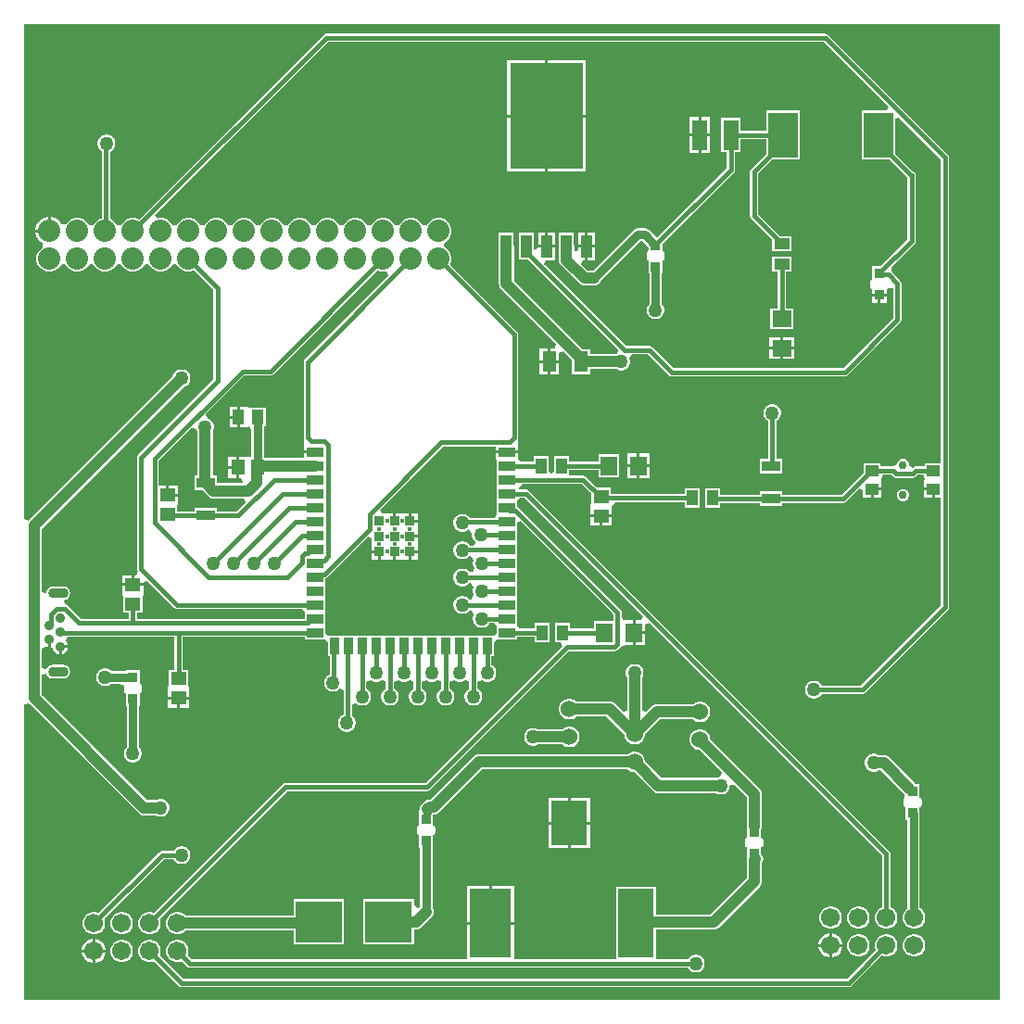
<source format=gbr>
G04*
G04 #@! TF.GenerationSoftware,Altium Limited,Altium Designer,25.3.3 (18)*
G04*
G04 Layer_Physical_Order=1*
G04 Layer_Color=255*
%FSLAX44Y44*%
%MOMM*%
G71*
G04*
G04 #@! TF.SameCoordinates,28098AB9-3807-4A49-8781-5BF9FE85299D*
G04*
G04*
G04 #@! TF.FilePolarity,Positive*
G04*
G01*
G75*
%ADD17R,1.4500X1.2500*%
%ADD18R,1.2500X1.4500*%
%ADD19R,1.0668X1.3462*%
%ADD20R,4.2418X3.8100*%
%ADD21R,0.8890X0.9525*%
%ADD22R,3.3000X4.0600*%
%ADD23R,3.3000X6.3500*%
%ADD24R,3.8100X6.3500*%
%ADD25R,1.7300X0.9700*%
%ADD26R,1.4500X1.1500*%
%ADD27R,1.3700X2.8100*%
%ADD28R,1.2900X1.9100*%
%ADD29R,2.7000X4.1000*%
%ADD30R,0.9000X0.9000*%
%ADD31R,1.5000X0.9000*%
%ADD32R,0.9000X1.5000*%
%ADD33R,1.0000X1.4200*%
%ADD34R,1.0000X2.0500*%
%ADD35R,6.7000X9.7000*%
%ADD36R,1.4200X1.0000*%
%ADD37R,1.7500X1.5000*%
%ADD38R,1.5000X1.7500*%
%ADD39R,1.2000X1.0000*%
%ADD61C,1.7018*%
%ADD67C,0.7620*%
%ADD68C,1.0160*%
%ADD69C,0.3810*%
%ADD70C,1.5240*%
%ADD71C,2.0320*%
%ADD72C,0.4000*%
%ADD73C,0.9000*%
%ADD74O,1.8500X0.9000*%
%ADD75C,0.7500*%
%ADD76C,1.2700*%
G36*
X323052Y665786D02*
X326088Y664972D01*
X329232D01*
X330859Y665408D01*
X332832Y661992D01*
X256090Y585250D01*
X255276Y584032D01*
X254990Y582595D01*
Y513439D01*
X255276Y512002D01*
X255791Y511230D01*
X255650Y507420D01*
X255650D01*
Y501650D01*
X265690D01*
Y499110D01*
X255650D01*
Y494597D01*
X220758D01*
Y495438D01*
X218930D01*
Y523621D01*
X220345D01*
Y540639D01*
X206121D01*
X206121Y540639D01*
X203581Y541401D01*
X203581Y541401D01*
X202627Y541401D01*
X196977D01*
Y532130D01*
Y522859D01*
X203581D01*
Y522859D01*
X205778Y523518D01*
X207535Y520374D01*
Y496235D01*
X203740Y496200D01*
X201208Y496200D01*
X196220D01*
Y486410D01*
Y476620D01*
X197678D01*
X199715Y472810D01*
X198998Y471737D01*
X175968D01*
Y478628D01*
X172017D01*
Y518965D01*
X172674Y520103D01*
X173228Y522170D01*
Y524310D01*
X172674Y526377D01*
X171604Y528231D01*
X170091Y529744D01*
X168237Y530814D01*
X167153Y531105D01*
X165961Y533773D01*
X165839Y535178D01*
X200725Y570065D01*
X224570D01*
X226007Y570351D01*
X227225Y571165D01*
X322287Y666227D01*
X323052Y665786D01*
D02*
G37*
G36*
X891540Y0D02*
X0D01*
Y269652D01*
X3810Y270945D01*
X3999Y270699D01*
X104329Y170369D01*
X105761Y169270D01*
X107430Y168578D01*
X109220Y168343D01*
X120185D01*
X121323Y167686D01*
X123390Y167132D01*
X125530D01*
X127597Y167686D01*
X129451Y168756D01*
X130964Y170269D01*
X132034Y172123D01*
X132588Y174190D01*
Y176330D01*
X132034Y178397D01*
X130964Y180251D01*
X129451Y181764D01*
X127597Y182834D01*
X125530Y183388D01*
X123390D01*
X121323Y182834D01*
X120185Y182177D01*
X112085D01*
X15807Y278455D01*
Y296639D01*
X19617Y297797D01*
X19996Y297230D01*
X20125Y297038D01*
X20313Y296756D01*
X21384Y295154D01*
X23461Y293766D01*
X25910Y293279D01*
X35410D01*
X37860Y293766D01*
X39936Y295154D01*
X41324Y297230D01*
X41811Y299680D01*
X41324Y302129D01*
X39936Y304206D01*
X37860Y305594D01*
X35410Y306081D01*
X25910D01*
X23461Y305594D01*
X21384Y304206D01*
X20313Y302604D01*
X19996Y302130D01*
X19617Y301563D01*
X15807Y302721D01*
Y320639D01*
X16591Y321402D01*
X19617Y322673D01*
X20143Y322370D01*
X21590Y321982D01*
Y328930D01*
X24130D01*
Y321825D01*
X25813Y321505D01*
X26300Y319713D01*
X27227Y318107D01*
X28537Y316797D01*
X30143Y315870D01*
X31590Y315482D01*
Y322430D01*
X32860D01*
Y323700D01*
X39808D01*
X39420Y325147D01*
X38493Y326753D01*
X38266Y326980D01*
X37498Y328278D01*
X39189Y331600D01*
X137215D01*
Y301398D01*
X131942D01*
Y287874D01*
X131180Y284380D01*
X131180Y281848D01*
Y276860D01*
X150760D01*
Y281848D01*
X150760Y284380D01*
X149998Y287874D01*
Y301398D01*
X144725D01*
Y331600D01*
X256412D01*
Y329002D01*
X273252D01*
X274968Y329002D01*
X277062Y326059D01*
Y313502D01*
X278885D01*
Y297156D01*
X278803Y297134D01*
X276949Y296064D01*
X275436Y294551D01*
X274366Y292697D01*
X273812Y290630D01*
Y288490D01*
X274366Y286423D01*
X275436Y284569D01*
X276949Y283056D01*
X278803Y281986D01*
X280870Y281432D01*
X283010D01*
X285077Y281986D01*
X286931Y283056D01*
X287775Y283900D01*
X290549Y283211D01*
X291585Y282542D01*
Y260326D01*
X291503Y260304D01*
X289649Y259234D01*
X288136Y257721D01*
X287066Y255867D01*
X286512Y253800D01*
Y251660D01*
X287066Y249593D01*
X288136Y247739D01*
X289649Y246226D01*
X291503Y245156D01*
X293570Y244602D01*
X295710D01*
X297777Y245156D01*
X299631Y246226D01*
X301144Y247739D01*
X302214Y249593D01*
X302768Y251660D01*
Y253800D01*
X302214Y255867D01*
X301144Y257721D01*
X299631Y259234D01*
X299095Y259543D01*
Y269743D01*
X299576Y270083D01*
X302905Y271070D01*
X303619Y270356D01*
X305473Y269286D01*
X307540Y268732D01*
X309680D01*
X311747Y269286D01*
X313601Y270356D01*
X315114Y271869D01*
X316184Y273723D01*
X316738Y275790D01*
Y277930D01*
X316184Y279997D01*
X315114Y281851D01*
X313601Y283364D01*
X312430Y284040D01*
Y290447D01*
X316240Y292025D01*
X316319Y291946D01*
X318173Y290876D01*
X320240Y290322D01*
X322380D01*
X324447Y290876D01*
X326301Y291946D01*
X326510Y292155D01*
X330320Y290577D01*
Y284115D01*
X329019Y283364D01*
X327506Y281851D01*
X326436Y279997D01*
X325882Y277930D01*
Y275790D01*
X326436Y273723D01*
X327506Y271869D01*
X329019Y270356D01*
X330873Y269286D01*
X332940Y268732D01*
X335080D01*
X337147Y269286D01*
X339001Y270356D01*
X340514Y271869D01*
X341584Y273723D01*
X342138Y275790D01*
Y277930D01*
X341584Y279997D01*
X340514Y281851D01*
X339001Y283364D01*
X337830Y284040D01*
Y290447D01*
X341640Y292025D01*
X341719Y291946D01*
X343573Y290876D01*
X345640Y290322D01*
X347780D01*
X349847Y290876D01*
X351701Y291946D01*
X351910Y292155D01*
X355720Y290577D01*
Y284115D01*
X354419Y283364D01*
X352906Y281851D01*
X351836Y279997D01*
X351282Y277930D01*
Y275790D01*
X351836Y273723D01*
X352906Y271869D01*
X354419Y270356D01*
X356273Y269286D01*
X358340Y268732D01*
X360480D01*
X362547Y269286D01*
X364401Y270356D01*
X365914Y271869D01*
X366984Y273723D01*
X367538Y275790D01*
Y277930D01*
X366984Y279997D01*
X365914Y281851D01*
X364401Y283364D01*
X363230Y284040D01*
Y290447D01*
X367040Y292025D01*
X367119Y291946D01*
X368973Y290876D01*
X371040Y290322D01*
X373180D01*
X375247Y290876D01*
X377101Y291946D01*
X377310Y292155D01*
X381120Y290577D01*
Y284115D01*
X379819Y283364D01*
X378306Y281851D01*
X377236Y279997D01*
X376682Y277930D01*
Y275790D01*
X377236Y273723D01*
X378306Y271869D01*
X379819Y270356D01*
X381673Y269286D01*
X383740Y268732D01*
X385880D01*
X387947Y269286D01*
X389801Y270356D01*
X391314Y271869D01*
X392384Y273723D01*
X392938Y275790D01*
Y277930D01*
X392384Y279997D01*
X391314Y281851D01*
X389801Y283364D01*
X388630Y284040D01*
Y290447D01*
X392440Y292025D01*
X392519Y291946D01*
X394373Y290876D01*
X396440Y290322D01*
X398580D01*
X400647Y290876D01*
X402501Y291946D01*
X402710Y292155D01*
X406520Y290577D01*
Y284115D01*
X405219Y283364D01*
X403706Y281851D01*
X402636Y279997D01*
X402082Y277930D01*
Y275790D01*
X402636Y273723D01*
X403706Y271869D01*
X405219Y270356D01*
X407073Y269286D01*
X409140Y268732D01*
X411280D01*
X413347Y269286D01*
X415201Y270356D01*
X416714Y271869D01*
X417784Y273723D01*
X418338Y275790D01*
Y277930D01*
X417784Y279997D01*
X416714Y281851D01*
X415201Y283364D01*
X414030Y284040D01*
Y290447D01*
X417840Y292025D01*
X417919Y291946D01*
X419773Y290876D01*
X421840Y290322D01*
X423980D01*
X426047Y290876D01*
X427901Y291946D01*
X429414Y293459D01*
X430484Y295313D01*
X431038Y297380D01*
Y299520D01*
X430484Y301587D01*
X429414Y303441D01*
X427901Y304954D01*
X426730Y305630D01*
Y313502D01*
X429318D01*
Y326059D01*
X431412Y329002D01*
X433128Y329002D01*
X449968D01*
Y331525D01*
X466472D01*
Y326402D01*
X480028D01*
Y344158D01*
X466472D01*
Y339035D01*
X452673D01*
X449968Y341702D01*
X449968Y345368D01*
X449968Y354258D01*
X449968Y358068D01*
X449968Y366958D01*
X449968Y370768D01*
X449968Y379658D01*
X449968Y383468D01*
X449968Y392358D01*
X449968Y396168D01*
X449968Y405058D01*
X449968Y408868D01*
X449968Y417758D01*
X449968Y421568D01*
Y430458D01*
X449968D01*
Y430602D01*
X449968D01*
Y435600D01*
X453488Y437058D01*
X538250Y352296D01*
Y345808D01*
X520782D01*
Y339035D01*
X498728D01*
Y344158D01*
X485172D01*
Y326402D01*
X489693D01*
X491271Y322592D01*
X366745Y198065D01*
X238760D01*
X237323Y197779D01*
X236105Y196965D01*
X118464Y79324D01*
X118271Y79436D01*
X115654Y80137D01*
X112946D01*
X110329Y79436D01*
X107984Y78082D01*
X106068Y76166D01*
X104714Y73821D01*
X104013Y71204D01*
Y68496D01*
X104714Y65879D01*
X106068Y63534D01*
X107984Y61618D01*
X110329Y60264D01*
X112946Y59563D01*
X115654D01*
X118271Y60264D01*
X120616Y61618D01*
X122532Y63534D01*
X123886Y65879D01*
X124587Y68496D01*
Y71204D01*
X123886Y73821D01*
X123774Y74014D01*
X240315Y190555D01*
X368300D01*
X369737Y190841D01*
X370955Y191655D01*
X497630Y318330D01*
X539401D01*
X540838Y318616D01*
X542057Y319430D01*
X544208Y321581D01*
X544978Y322240D01*
X546986Y323550D01*
X549210Y323990D01*
X555790D01*
Y335280D01*
Y346570D01*
X549570D01*
X547020Y346570D01*
X545760Y349858D01*
Y353851D01*
X545474Y355288D01*
X544660Y356507D01*
X451526Y449640D01*
X450308Y450454D01*
X449968Y450522D01*
X449968Y455858D01*
X452673Y458525D01*
X456915D01*
X565059Y350380D01*
X563481Y346570D01*
X558330D01*
Y336550D01*
X567100D01*
Y342951D01*
X570910Y344529D01*
X783645Y131795D01*
Y84574D01*
X783429Y84516D01*
X781084Y83162D01*
X779168Y81246D01*
X777814Y78901D01*
X777113Y76284D01*
Y73576D01*
X777814Y70959D01*
X779168Y68614D01*
X781084Y66698D01*
X783429Y65344D01*
X786046Y64643D01*
X788754D01*
X791371Y65344D01*
X793716Y66698D01*
X795632Y68614D01*
X796986Y70959D01*
X797687Y73576D01*
Y76284D01*
X796986Y78901D01*
X795632Y81246D01*
X793716Y83162D01*
X791371Y84516D01*
X791155Y84574D01*
Y133350D01*
X790869Y134787D01*
X790055Y136005D01*
X461125Y464935D01*
X459907Y465749D01*
X458470Y466035D01*
X452836D01*
X451974Y466976D01*
Y467772D01*
X455394Y471225D01*
X509115D01*
X518022Y462317D01*
Y454244D01*
X517260Y450750D01*
X517260Y448218D01*
Y443230D01*
X527050D01*
X536840D01*
Y448218D01*
X536840Y450750D01*
X536806Y450905D01*
X539875Y454715D01*
X603632D01*
Y449592D01*
X617188D01*
Y467348D01*
X603632D01*
Y462225D01*
X536078D01*
Y467768D01*
X523193D01*
X513325Y477635D01*
X512107Y478449D01*
X510670Y478735D01*
X501240D01*
X497458Y478802D01*
X497458Y483925D01*
X524592D01*
Y477152D01*
X543148D01*
Y498208D01*
X524592D01*
Y491435D01*
X497458D01*
Y496558D01*
X483902D01*
Y482174D01*
X481330Y480562D01*
X478758Y482174D01*
Y496558D01*
X465202D01*
Y491435D01*
X453751D01*
X450730Y493340D01*
Y499110D01*
X430650D01*
Y493340D01*
X431412D01*
Y485068D01*
X431412Y481402D01*
X431412Y477592D01*
X431412Y468702D01*
X431412Y464892D01*
X431412Y456002D01*
X431412Y452192D01*
Y443302D01*
X431412Y443302D01*
X430185Y440000D01*
X406906D01*
X406567Y440588D01*
X405054Y442101D01*
X403200Y443171D01*
X401133Y443725D01*
X398993D01*
X396926Y443171D01*
X395073Y442101D01*
X393559Y440588D01*
X392489Y438734D01*
X391935Y436667D01*
Y434527D01*
X392489Y432459D01*
X393559Y430606D01*
X395073Y429093D01*
X396926Y428023D01*
X398993Y427469D01*
X401133D01*
X403200Y428023D01*
X405054Y429093D01*
X405500Y429539D01*
X406234Y429480D01*
X406359Y429422D01*
X409027Y425872D01*
Y423732D01*
X409581Y421665D01*
X410651Y419811D01*
X411841Y418622D01*
X411671Y417210D01*
X410583Y414812D01*
X407023D01*
X406554Y415624D01*
X405041Y417137D01*
X403187Y418207D01*
X401120Y418761D01*
X398980D01*
X396913Y418207D01*
X395059Y417137D01*
X393546Y415624D01*
X392476Y413771D01*
X391922Y411703D01*
Y409563D01*
X392476Y407496D01*
X393546Y405643D01*
X395059Y404129D01*
X396913Y403059D01*
X398980Y402505D01*
X401120D01*
X403187Y403059D01*
X405041Y404129D01*
X406215Y405303D01*
X407912Y405433D01*
X408187Y405195D01*
X409698Y402802D01*
X410095Y401316D01*
X409702Y399850D01*
Y397710D01*
X410256Y395643D01*
X411036Y394291D01*
X410173Y392130D01*
X409159Y390669D01*
X406584Y390596D01*
X406554Y390647D01*
X405041Y392161D01*
X403187Y393231D01*
X401120Y393785D01*
X398980D01*
X396913Y393231D01*
X395059Y392161D01*
X393546Y390647D01*
X392476Y388794D01*
X391922Y386727D01*
Y384587D01*
X392476Y382519D01*
X393546Y380666D01*
X395059Y379153D01*
X396913Y378083D01*
X398980Y377529D01*
X401120D01*
X403187Y378083D01*
X405041Y379153D01*
X406277Y380388D01*
X407805Y380472D01*
X408202Y380410D01*
X410214Y376597D01*
X410204Y376323D01*
X409702Y374450D01*
Y372310D01*
X410256Y370243D01*
X410500Y369820D01*
X408882Y366198D01*
X408548Y365898D01*
X406554Y365671D01*
X405041Y367184D01*
X403187Y368254D01*
X401120Y368808D01*
X398980D01*
X396913Y368254D01*
X395059Y367184D01*
X393546Y365671D01*
X392476Y363817D01*
X391922Y361750D01*
Y359610D01*
X392476Y357543D01*
X393546Y355689D01*
X395059Y354176D01*
X396913Y353106D01*
X398980Y352552D01*
X401120D01*
X403187Y353106D01*
X405041Y354176D01*
X406554Y355689D01*
X408548Y355462D01*
X408882Y355162D01*
X410500Y351540D01*
X410256Y351117D01*
X409702Y349050D01*
Y346910D01*
X410256Y344843D01*
X411326Y342989D01*
X412839Y341476D01*
X414693Y340406D01*
X416760Y339852D01*
X418900D01*
X420967Y340406D01*
X422821Y341476D01*
X424334Y342989D01*
X425047Y344225D01*
X428707D01*
X431412Y341558D01*
X431412Y337892D01*
Y335001D01*
X429318Y332058D01*
X427602Y332058D01*
X416762Y332058D01*
X412952Y332058D01*
X404062Y332058D01*
X400252Y332058D01*
X391362Y332058D01*
X387552Y332058D01*
X378662Y332058D01*
X374852Y332058D01*
X365962Y332058D01*
X362152Y332058D01*
X353262Y332058D01*
X349452Y332058D01*
X340562Y332058D01*
X336752Y332058D01*
X327862Y332058D01*
X324052Y332058D01*
X315162Y332058D01*
X311352Y332058D01*
X302462Y332058D01*
X298652Y332058D01*
X289762Y332058D01*
X285952Y332058D01*
X277062Y332058D01*
X274968Y335001D01*
Y341558D01*
X274968D01*
Y341702D01*
X274968D01*
Y350592D01*
X274968Y354258D01*
X274968Y358068D01*
X274968Y366958D01*
X274968Y370768D01*
X274968Y379658D01*
X274968Y385138D01*
X275308Y385206D01*
X276527Y386020D01*
X313630Y423123D01*
X317150Y421665D01*
Y416140D01*
Y410450D01*
X324190D01*
Y409180D01*
X325460D01*
Y402140D01*
X336920D01*
Y409180D01*
X339460D01*
Y402140D01*
X350920D01*
Y409180D01*
X352190D01*
Y410450D01*
X359230D01*
Y416140D01*
Y421910D01*
X352190D01*
Y424450D01*
X359230D01*
Y430140D01*
Y435910D01*
X352190D01*
Y437180D01*
X350920D01*
Y444220D01*
X339460D01*
Y437180D01*
X336920D01*
Y444220D01*
X326232D01*
X324774Y447740D01*
X382604Y505570D01*
X430650D01*
Y501650D01*
X450730D01*
Y507420D01*
X450730Y507420D01*
X450589Y511230D01*
X451104Y512002D01*
X451390Y513439D01*
Y607735D01*
X451104Y609172D01*
X450290Y610390D01*
X389143Y671537D01*
X389585Y672302D01*
X390398Y675338D01*
Y678482D01*
X389585Y681518D01*
X388013Y684240D01*
X385790Y686463D01*
X384006Y687493D01*
X383631Y688970D01*
Y690250D01*
X384006Y691727D01*
X385790Y692757D01*
X388013Y694980D01*
X389585Y697702D01*
X390398Y700738D01*
Y703882D01*
X389585Y706918D01*
X388013Y709640D01*
X385790Y711863D01*
X383068Y713435D01*
X380032Y714248D01*
X376888D01*
X373852Y713435D01*
X371130Y711863D01*
X368907Y709640D01*
X367877Y707856D01*
X366400Y707481D01*
X365120D01*
X363643Y707856D01*
X362613Y709640D01*
X360390Y711863D01*
X357668Y713435D01*
X354632Y714248D01*
X351488D01*
X348452Y713435D01*
X345730Y711863D01*
X343507Y709640D01*
X342477Y707856D01*
X341000Y707481D01*
X339720D01*
X338243Y707856D01*
X337213Y709640D01*
X334990Y711863D01*
X332268Y713435D01*
X329232Y714248D01*
X326088D01*
X323052Y713435D01*
X320330Y711863D01*
X318107Y709640D01*
X317077Y707856D01*
X315600Y707481D01*
X314320D01*
X312843Y707856D01*
X311813Y709640D01*
X309590Y711863D01*
X306868Y713435D01*
X303832Y714248D01*
X300688D01*
X297652Y713435D01*
X294930Y711863D01*
X292707Y709640D01*
X291677Y707856D01*
X290200Y707481D01*
X288920D01*
X287443Y707856D01*
X286413Y709640D01*
X284190Y711863D01*
X281468Y713435D01*
X278432Y714248D01*
X275288D01*
X272252Y713435D01*
X269530Y711863D01*
X267307Y709640D01*
X266277Y707856D01*
X264800Y707481D01*
X263520D01*
X262043Y707856D01*
X261013Y709640D01*
X258790Y711863D01*
X256068Y713435D01*
X253032Y714248D01*
X249888D01*
X246852Y713435D01*
X244130Y711863D01*
X241907Y709640D01*
X240877Y707856D01*
X239400Y707481D01*
X238120D01*
X236643Y707856D01*
X235613Y709640D01*
X233390Y711863D01*
X230668Y713435D01*
X227632Y714248D01*
X224488D01*
X221452Y713435D01*
X218730Y711863D01*
X216507Y709640D01*
X215477Y707856D01*
X214000Y707481D01*
X212720D01*
X211243Y707856D01*
X210213Y709640D01*
X207990Y711863D01*
X205268Y713435D01*
X202232Y714248D01*
X199088D01*
X196052Y713435D01*
X193330Y711863D01*
X191107Y709640D01*
X190077Y707856D01*
X188600Y707481D01*
X187320D01*
X185843Y707856D01*
X184813Y709640D01*
X182590Y711863D01*
X179868Y713435D01*
X176832Y714248D01*
X173688D01*
X170652Y713435D01*
X167930Y711863D01*
X165707Y709640D01*
X164677Y707856D01*
X163200Y707481D01*
X161920D01*
X160443Y707856D01*
X159413Y709640D01*
X157190Y711863D01*
X154468Y713435D01*
X151432Y714248D01*
X148288D01*
X145252Y713435D01*
X142530Y711863D01*
X140307Y709640D01*
X139277Y707856D01*
X137800Y707481D01*
X136520D01*
X135043Y707856D01*
X134013Y709640D01*
X131790Y711863D01*
X129068Y713435D01*
X126032Y714248D01*
X122888D01*
X121261Y713812D01*
X119288Y717228D01*
X277145Y875085D01*
X730181D01*
X789528Y815738D01*
X788070Y812218D01*
X765072D01*
Y767662D01*
X790317D01*
X806813Y751166D01*
Y694712D01*
X781962Y669862D01*
X774827D01*
Y657958D01*
X774573D01*
X773879Y657820D01*
X773291Y657427D01*
X772898Y656839D01*
X772760Y656145D01*
Y651066D01*
X772898Y650372D01*
X773291Y649784D01*
X773879Y649391D01*
X774065Y649354D01*
Y645160D01*
X781050D01*
X788035D01*
Y648824D01*
X789165Y649825D01*
X791978Y650153D01*
X793027Y650071D01*
X793805Y649551D01*
Y622585D01*
X747971Y576752D01*
X593149D01*
X573782Y596119D01*
X572564Y596932D01*
X571127Y597218D01*
X549882D01*
X475071Y672030D01*
X476529Y675550D01*
X484540D01*
Y687070D01*
X477000D01*
X469460D01*
Y687015D01*
X465650Y684978D01*
X465478Y685093D01*
Y700368D01*
X451922D01*
Y676312D01*
X460167D01*
X542264Y594216D01*
X542215Y592431D01*
X541581Y590227D01*
X541244Y589847D01*
X516858D01*
Y594258D01*
X510184D01*
X447317Y657125D01*
Y688340D01*
X447178Y689397D01*
Y700368D01*
X433622D01*
Y689397D01*
X433483Y688340D01*
Y654260D01*
X433718Y652470D01*
X434409Y650801D01*
X435509Y649369D01*
X486048Y598830D01*
X484469Y595020D01*
X480700D01*
Y584200D01*
X488420D01*
Y591069D01*
X492230Y592648D01*
X500402Y584476D01*
Y571602D01*
X516858D01*
Y576013D01*
X540565D01*
X542156Y575094D01*
X544223Y574540D01*
X546363D01*
X548431Y575094D01*
X550284Y576164D01*
X551797Y577677D01*
X552868Y579531D01*
X553421Y581598D01*
Y583738D01*
X552868Y585806D01*
X552814Y585898D01*
X554909Y589708D01*
X569571D01*
X588938Y570341D01*
X590157Y569527D01*
X591594Y569241D01*
X749527D01*
X750964Y569527D01*
X752182Y570341D01*
X800215Y618375D01*
X801029Y619593D01*
X801315Y621030D01*
Y654304D01*
X801029Y655741D01*
X800215Y656959D01*
X792642Y664532D01*
X792027Y666680D01*
X792032Y669240D01*
X792073Y669351D01*
X813223Y690501D01*
X814037Y691720D01*
X814323Y693157D01*
Y753110D01*
X814037Y754547D01*
X813223Y755765D01*
X812054Y756547D01*
X795628Y772973D01*
Y804660D01*
X799148Y806118D01*
X837330Y767936D01*
Y490038D01*
X822862D01*
Y487015D01*
X814368D01*
X812931Y486729D01*
X811712Y485915D01*
X811645Y485847D01*
X809079Y487001D01*
X808168Y487759D01*
Y489610D01*
X807326Y491641D01*
X805771Y493196D01*
X803740Y494038D01*
X801540D01*
X799509Y493196D01*
X797954Y491641D01*
X797216Y489860D01*
X796929Y489446D01*
X793609Y487017D01*
X793592Y487015D01*
X782418D01*
Y490038D01*
X766862D01*
Y481793D01*
X746465Y461395D01*
X692418D01*
Y464268D01*
X671562D01*
Y461395D01*
X635888D01*
Y467348D01*
X622332D01*
Y449592D01*
X635888D01*
Y453885D01*
X671562D01*
Y451012D01*
X692418D01*
Y453885D01*
X748020D01*
X749457Y454171D01*
X750675Y454985D01*
X762580Y466889D01*
X766100Y465431D01*
Y458720D01*
X773370D01*
Y466260D01*
X774640D01*
Y467530D01*
X783180D01*
Y473800D01*
X783180Y473800D01*
X783180Y473800D01*
X782728Y475871D01*
X784515Y479505D01*
X792051D01*
X793896Y477660D01*
X795114Y476846D01*
X796551Y476560D01*
X811423D01*
X812860Y476846D01*
X814078Y477660D01*
X815923Y479505D01*
X820765D01*
X822638Y475695D01*
X822100Y473800D01*
X822100D01*
X822100Y472988D01*
Y467530D01*
X830640D01*
Y466260D01*
X831910D01*
Y458720D01*
X837330D01*
Y360041D01*
X764255Y286965D01*
X728577D01*
X727864Y288201D01*
X726351Y289714D01*
X724497Y290784D01*
X722430Y291338D01*
X720290D01*
X718223Y290784D01*
X716369Y289714D01*
X714856Y288201D01*
X713786Y286347D01*
X713232Y284280D01*
Y282140D01*
X713786Y280073D01*
X714856Y278219D01*
X716369Y276706D01*
X718223Y275636D01*
X720290Y275082D01*
X722430D01*
X724497Y275636D01*
X726351Y276706D01*
X727864Y278219D01*
X728577Y279455D01*
X765810D01*
X767247Y279741D01*
X768465Y280555D01*
X843740Y355830D01*
X844554Y357048D01*
X844840Y358485D01*
Y769491D01*
X844554Y770928D01*
X843740Y772147D01*
X734391Y881495D01*
X733173Y882309D01*
X731736Y882595D01*
X275590D01*
X274153Y882309D01*
X272935Y881495D01*
X104432Y712993D01*
X103668Y713435D01*
X100632Y714248D01*
X97488D01*
X94452Y713435D01*
X91730Y711863D01*
X89507Y709640D01*
X88477Y707856D01*
X87000Y707481D01*
X85720D01*
X84243Y707856D01*
X83213Y709640D01*
X80990Y711863D01*
X78268Y713435D01*
X78050Y713493D01*
Y774741D01*
X78067Y774746D01*
X79921Y775816D01*
X81434Y777329D01*
X82504Y779183D01*
X83058Y781250D01*
Y783390D01*
X82504Y785457D01*
X81434Y787311D01*
X79921Y788824D01*
X78067Y789894D01*
X76000Y790448D01*
X73860D01*
X71793Y789894D01*
X69939Y788824D01*
X68426Y787311D01*
X67356Y785457D01*
X66802Y783390D01*
Y781250D01*
X67356Y779183D01*
X68426Y777329D01*
X69939Y775816D01*
X70540Y775469D01*
Y713833D01*
X69052Y713435D01*
X66330Y711863D01*
X64107Y709640D01*
X63077Y707856D01*
X61600Y707481D01*
X60320D01*
X58843Y707856D01*
X57813Y709640D01*
X55590Y711863D01*
X52868Y713435D01*
X49832Y714248D01*
X46688D01*
X43652Y713435D01*
X40930Y711863D01*
X38707Y709640D01*
X38089Y708570D01*
X38014Y708540D01*
X33823Y708722D01*
X33022Y710108D01*
X30658Y712473D01*
X27762Y714145D01*
X24532Y715010D01*
X24130D01*
Y702310D01*
X22860D01*
Y701040D01*
X10160D01*
Y700638D01*
X11026Y697408D01*
X12697Y694512D01*
X15062Y692148D01*
X16448Y691347D01*
X16630Y687157D01*
X16600Y687081D01*
X15530Y686463D01*
X13307Y684240D01*
X11736Y681518D01*
X10922Y678482D01*
Y675338D01*
X11736Y672302D01*
X13307Y669580D01*
X15530Y667357D01*
X18252Y665786D01*
X21288Y664972D01*
X24432D01*
X27468Y665786D01*
X30190Y667357D01*
X32413Y669580D01*
X33443Y671364D01*
X34920Y671739D01*
X36200D01*
X37677Y671364D01*
X38707Y669580D01*
X40930Y667357D01*
X43652Y665786D01*
X46688Y664972D01*
X49832D01*
X52868Y665786D01*
X55590Y667357D01*
X57813Y669580D01*
X58843Y671364D01*
X60320Y671739D01*
X61600D01*
X63077Y671364D01*
X64107Y669580D01*
X66330Y667357D01*
X69052Y665786D01*
X72088Y664972D01*
X75232D01*
X78268Y665786D01*
X80990Y667357D01*
X83213Y669580D01*
X84243Y671364D01*
X85720Y671739D01*
X87000D01*
X88477Y671364D01*
X89507Y669580D01*
X91730Y667357D01*
X94452Y665786D01*
X97488Y664972D01*
X100632D01*
X103668Y665786D01*
X106390Y667357D01*
X108613Y669580D01*
X109643Y671364D01*
X111120Y671739D01*
X112400D01*
X113877Y671364D01*
X114907Y669580D01*
X117130Y667357D01*
X119852Y665786D01*
X122888Y664972D01*
X126032D01*
X129068Y665786D01*
X131790Y667357D01*
X134013Y669580D01*
X135043Y671364D01*
X136520Y671739D01*
X137800D01*
X139277Y671364D01*
X140307Y669580D01*
X142530Y667357D01*
X145252Y665786D01*
X148288Y664972D01*
X151432D01*
X154468Y665786D01*
X155232Y666227D01*
X172775Y648685D01*
Y566705D01*
X104025Y497955D01*
X103211Y496737D01*
X102925Y495300D01*
Y393700D01*
X103211Y392263D01*
X103594Y391690D01*
X102425Y387880D01*
X100330D01*
Y380360D01*
X108850D01*
Y381241D01*
X112370Y382699D01*
X137045Y358025D01*
X138263Y357211D01*
X139700Y356925D01*
X253707D01*
X256412Y354258D01*
X256412Y347980D01*
X102815D01*
Y353282D01*
X108088D01*
Y366806D01*
X108850Y370300D01*
X108850Y372832D01*
Y377820D01*
X99060D01*
X89270D01*
Y372832D01*
X89270Y370300D01*
X90032Y366806D01*
Y353282D01*
X95305D01*
Y347980D01*
X51271D01*
X39220Y360030D01*
X38002Y360844D01*
X36565Y361130D01*
X36220Y364940D01*
X37860Y365266D01*
X39936Y366654D01*
X41324Y368731D01*
X41811Y371180D01*
X41324Y373630D01*
X39936Y375706D01*
X37860Y377094D01*
X35410Y377581D01*
X25910D01*
X23461Y377094D01*
X21384Y375706D01*
X19996Y373630D01*
X19617Y371724D01*
X15807Y372099D01*
Y430205D01*
X145378Y559776D01*
X146647Y560116D01*
X148501Y561186D01*
X150014Y562699D01*
X151084Y564553D01*
X151638Y566620D01*
Y568760D01*
X151084Y570827D01*
X150014Y572681D01*
X148501Y574194D01*
X146647Y575264D01*
X144580Y575818D01*
X142440D01*
X140373Y575264D01*
X138519Y574194D01*
X137006Y572681D01*
X135936Y570827D01*
X135596Y569558D01*
X3999Y437961D01*
X3810Y437715D01*
X0Y439008D01*
Y891540D01*
X891540D01*
Y0D01*
D02*
G37*
G36*
X154566Y522379D02*
X157235Y521187D01*
X157526Y520103D01*
X158183Y518965D01*
Y478628D01*
X155112D01*
Y465372D01*
X162386D01*
X167829Y459929D01*
X169261Y458829D01*
X170930Y458139D01*
X172720Y457903D01*
X200324D01*
X201903Y454093D01*
X193965Y446155D01*
X175968D01*
Y449028D01*
X155112D01*
Y446155D01*
X139838D01*
Y450648D01*
X139838Y450648D01*
X140600Y452830D01*
X140600D01*
X140600Y454142D01*
Y459850D01*
X130810D01*
Y461120D01*
X129540D01*
Y469410D01*
X122870D01*
Y492210D01*
X153162Y522501D01*
X154566Y522379D01*
D02*
G37*
%LPC*%
G36*
X194437Y541401D02*
X187833D01*
Y533400D01*
X194437D01*
Y541401D01*
D02*
G37*
G36*
Y530860D02*
X187833D01*
Y522859D01*
X194437D01*
Y530860D01*
D02*
G37*
G36*
X193680Y496200D02*
X186160D01*
Y487680D01*
X193680D01*
Y496200D01*
D02*
G37*
G36*
Y485140D02*
X186160D01*
Y476620D01*
X193680D01*
Y485140D01*
D02*
G37*
G36*
X513040Y858380D02*
X478270D01*
Y808610D01*
X513040D01*
Y858380D01*
D02*
G37*
G36*
X475730D02*
X440960D01*
Y808610D01*
X475730D01*
Y858380D01*
D02*
G37*
G36*
X708128Y812218D02*
X677572D01*
Y793695D01*
X654018D01*
Y805768D01*
X636762D01*
Y774112D01*
X641635D01*
Y759848D01*
X577795Y696008D01*
X570843Y702960D01*
X568994Y704195D01*
X566814Y704629D01*
X560501D01*
X558321Y704195D01*
X556473Y702960D01*
X519560Y666047D01*
X514675D01*
X508982Y671740D01*
X510560Y675550D01*
X512330D01*
Y687070D01*
X506060D01*
Y684597D01*
X502250Y682561D01*
X502217Y682583D01*
Y688340D01*
X502078Y689397D01*
Y700368D01*
X488522D01*
Y689397D01*
X488383Y688340D01*
Y675640D01*
X488619Y673850D01*
X489310Y672181D01*
X490409Y670749D01*
X506919Y654239D01*
X508351Y653139D01*
X510020Y652449D01*
X511810Y652213D01*
X520700D01*
X522490Y652449D01*
X524159Y653139D01*
X525591Y654239D01*
X526690Y655671D01*
X527382Y657340D01*
X527444Y657817D01*
X562861Y693234D01*
X564454D01*
X570083Y687605D01*
X570093Y685639D01*
X569815Y683745D01*
X569409Y683665D01*
X568821Y683272D01*
X568428Y682684D01*
X568290Y681990D01*
Y676910D01*
X568428Y676216D01*
X568821Y675628D01*
X569409Y675235D01*
X570103Y675097D01*
X570357D01*
Y663194D01*
X570882D01*
Y635717D01*
X570076Y634911D01*
X569006Y633057D01*
X568452Y630990D01*
Y628850D01*
X569006Y626783D01*
X570076Y624929D01*
X571589Y623416D01*
X573443Y622346D01*
X575510Y621792D01*
X577650D01*
X579717Y622346D01*
X581571Y623416D01*
X583084Y624929D01*
X584154Y626783D01*
X584708Y628850D01*
Y630990D01*
X584154Y633057D01*
X583084Y634911D01*
X582277Y635717D01*
Y663194D01*
X582803D01*
Y675097D01*
X583057D01*
X583751Y675235D01*
X584339Y675628D01*
X584732Y676216D01*
X584870Y676910D01*
Y681990D01*
X584732Y682684D01*
X584339Y683272D01*
X583751Y683665D01*
X583057Y683803D01*
X582803D01*
Y690395D01*
X648045Y755638D01*
X648859Y756856D01*
X649145Y758293D01*
Y774112D01*
X654018D01*
Y786185D01*
X677572D01*
Y772973D01*
X664095Y759495D01*
X663281Y758277D01*
X662995Y756840D01*
Y715930D01*
X663281Y714493D01*
X664095Y713275D01*
X683200Y694170D01*
Y693625D01*
X683272Y693262D01*
Y683752D01*
X701028D01*
Y697308D01*
X690327D01*
X689610Y698380D01*
X670505Y717485D01*
Y755285D01*
X682883Y767662D01*
X708128D01*
Y812218D01*
D02*
G37*
G36*
X626380Y806530D02*
X618260D01*
Y791210D01*
X626380D01*
Y806530D01*
D02*
G37*
G36*
X615720D02*
X607600D01*
Y791210D01*
X615720D01*
Y806530D01*
D02*
G37*
G36*
X626380Y788670D02*
X618260D01*
Y773350D01*
X626380D01*
Y788670D01*
D02*
G37*
G36*
X615720D02*
X607600D01*
Y773350D01*
X615720D01*
Y788670D01*
D02*
G37*
G36*
X513040Y806070D02*
X478270D01*
Y756300D01*
X513040D01*
Y806070D01*
D02*
G37*
G36*
X475730D02*
X440960D01*
Y756300D01*
X475730D01*
Y806070D01*
D02*
G37*
G36*
X21590Y715010D02*
X21188D01*
X17958Y714145D01*
X15062Y712473D01*
X12697Y710108D01*
X11026Y707212D01*
X10160Y703982D01*
Y703580D01*
X21590D01*
Y715010D01*
D02*
G37*
G36*
X484540Y701130D02*
X478270D01*
Y689610D01*
X484540D01*
Y701130D01*
D02*
G37*
G36*
X521140D02*
X514870D01*
Y689610D01*
X521140D01*
Y701130D01*
D02*
G37*
G36*
X512330D02*
X506060D01*
Y689610D01*
X512330D01*
Y701130D01*
D02*
G37*
G36*
X475730D02*
X469460D01*
Y689610D01*
X475730D01*
Y701130D01*
D02*
G37*
G36*
X521140Y687070D02*
X514870D01*
Y675550D01*
X521140D01*
Y687070D01*
D02*
G37*
G36*
X788035Y642620D02*
X782320D01*
Y636587D01*
X788035D01*
Y642620D01*
D02*
G37*
G36*
X779780D02*
X774065D01*
Y636587D01*
X779780D01*
Y642620D01*
D02*
G37*
G36*
X701028Y678608D02*
X683272D01*
Y665052D01*
X688395D01*
Y631578D01*
X681622D01*
Y613022D01*
X702678D01*
Y631578D01*
X695905D01*
Y665052D01*
X701028D01*
Y678608D01*
D02*
G37*
G36*
X703440Y605340D02*
X693420D01*
Y596570D01*
X703440D01*
Y605340D01*
D02*
G37*
G36*
X690880D02*
X680860D01*
Y596570D01*
X690880D01*
Y605340D01*
D02*
G37*
G36*
X703440Y594030D02*
X693420D01*
Y585260D01*
X703440D01*
Y594030D01*
D02*
G37*
G36*
X690880D02*
X680860D01*
Y585260D01*
X690880D01*
Y594030D01*
D02*
G37*
G36*
X478160Y595020D02*
X470440D01*
Y584200D01*
X478160D01*
Y595020D01*
D02*
G37*
G36*
X488420Y581660D02*
X480700D01*
Y570840D01*
X488420D01*
Y581660D01*
D02*
G37*
G36*
X478160D02*
X470440D01*
Y570840D01*
X478160D01*
Y581660D01*
D02*
G37*
G36*
X570910Y498970D02*
X562140D01*
Y488950D01*
X570910D01*
Y498970D01*
D02*
G37*
G36*
X559600D02*
X550830D01*
Y488950D01*
X559600D01*
Y498970D01*
D02*
G37*
G36*
X684330Y544068D02*
X682190D01*
X680123Y543514D01*
X678269Y542444D01*
X676756Y540931D01*
X675686Y539077D01*
X675132Y537010D01*
Y534870D01*
X675686Y532803D01*
X676756Y530949D01*
X678269Y529436D01*
X679505Y528723D01*
Y493868D01*
X671562D01*
Y480612D01*
X692418D01*
Y493868D01*
X687015D01*
Y528723D01*
X688251Y529436D01*
X689764Y530949D01*
X690834Y532803D01*
X691388Y534870D01*
Y537010D01*
X690834Y539077D01*
X689764Y540931D01*
X688251Y542444D01*
X686397Y543514D01*
X684330Y544068D01*
D02*
G37*
G36*
X570910Y486410D02*
X562140D01*
Y476390D01*
X570910D01*
Y486410D01*
D02*
G37*
G36*
X559600D02*
X550830D01*
Y476390D01*
X559600D01*
Y486410D01*
D02*
G37*
G36*
X829370Y464990D02*
X822100D01*
Y458720D01*
X829370D01*
Y464990D01*
D02*
G37*
G36*
X783180D02*
X775910D01*
Y458720D01*
X783180D01*
Y464990D01*
D02*
G37*
G36*
X803740Y466538D02*
X801540D01*
X799509Y465696D01*
X797954Y464141D01*
X797112Y462110D01*
Y459910D01*
X797954Y457879D01*
X799509Y456324D01*
X801540Y455482D01*
X803740D01*
X805771Y456324D01*
X807326Y457879D01*
X808168Y459910D01*
Y462110D01*
X807326Y464141D01*
X805771Y465696D01*
X803740Y466538D01*
D02*
G37*
G36*
X359230Y444220D02*
X353460D01*
Y438450D01*
X359230D01*
Y444220D01*
D02*
G37*
G36*
X536840Y440690D02*
X528320D01*
Y433170D01*
X536840D01*
Y440690D01*
D02*
G37*
G36*
X525780D02*
X517260D01*
Y433170D01*
X525780D01*
Y440690D01*
D02*
G37*
G36*
X359230Y407910D02*
X353460D01*
Y402140D01*
X359230D01*
Y407910D01*
D02*
G37*
G36*
X322920D02*
X317150D01*
Y402140D01*
X322920D01*
Y407910D01*
D02*
G37*
G36*
X97790Y387880D02*
X89270D01*
Y380360D01*
X97790D01*
Y387880D01*
D02*
G37*
G36*
X567100Y334010D02*
X558330D01*
Y323990D01*
X567100D01*
Y334010D01*
D02*
G37*
G36*
X39808Y321160D02*
X34130D01*
Y315482D01*
X35577Y315870D01*
X37183Y316797D01*
X38493Y318107D01*
X39420Y319713D01*
X39808Y321160D01*
D02*
G37*
G36*
X150760Y274320D02*
X142240D01*
Y266800D01*
X150760D01*
Y274320D01*
D02*
G37*
G36*
X139700D02*
X131180D01*
Y266800D01*
X139700D01*
Y274320D01*
D02*
G37*
G36*
X558600Y306578D02*
X556460D01*
X554393Y306024D01*
X552539Y304954D01*
X551026Y303441D01*
X549956Y301587D01*
X549402Y299520D01*
Y297380D01*
X549956Y295313D01*
X550613Y294175D01*
Y264248D01*
X547093Y262789D01*
X539561Y270321D01*
X538129Y271420D01*
X536460Y272111D01*
X534670Y272347D01*
X504214D01*
X503610Y272950D01*
X501468Y274188D01*
X499077Y274828D01*
X496603D01*
X494212Y274188D01*
X492070Y272950D01*
X490320Y271201D01*
X489082Y269058D01*
X488442Y266667D01*
Y264193D01*
X489082Y261803D01*
X490320Y259660D01*
X492070Y257910D01*
X494212Y256672D01*
X496603Y256032D01*
X499077D01*
X501468Y256672D01*
X503610Y257910D01*
X504214Y258513D01*
X531805D01*
X548132Y242186D01*
Y241333D01*
X548773Y238943D01*
X550010Y236800D01*
X551759Y235050D01*
X553903Y233813D01*
X556293Y233172D01*
X558767D01*
X561157Y233813D01*
X563301Y235050D01*
X565050Y236800D01*
X566287Y238943D01*
X566928Y241333D01*
Y242186D01*
X580715Y255973D01*
X610846D01*
X611450Y255370D01*
X613592Y254132D01*
X615983Y253492D01*
X618457D01*
X620848Y254132D01*
X622990Y255370D01*
X624740Y257120D01*
X625978Y259263D01*
X626618Y261653D01*
Y264127D01*
X625978Y266518D01*
X624740Y268661D01*
X622990Y270410D01*
X620848Y271647D01*
X618457Y272288D01*
X615983D01*
X613592Y271647D01*
X611450Y270410D01*
X610846Y269807D01*
X577850D01*
X576060Y269571D01*
X574391Y268881D01*
X572959Y267781D01*
X567967Y262789D01*
X564447Y264248D01*
Y294175D01*
X565104Y295313D01*
X565658Y297380D01*
Y299520D01*
X565104Y301587D01*
X564034Y303441D01*
X562521Y304954D01*
X560667Y306024D01*
X558600Y306578D01*
D02*
G37*
G36*
X499077Y249428D02*
X496603D01*
X494212Y248787D01*
X492070Y247550D01*
X491466Y246947D01*
X469095D01*
X467957Y247604D01*
X465890Y248158D01*
X463750D01*
X461683Y247604D01*
X459829Y246534D01*
X458316Y245021D01*
X457246Y243167D01*
X456692Y241100D01*
Y238960D01*
X457246Y236893D01*
X458316Y235039D01*
X459829Y233526D01*
X461683Y232456D01*
X463750Y231902D01*
X465890D01*
X467957Y232456D01*
X469095Y233113D01*
X491466D01*
X492070Y232510D01*
X494212Y231273D01*
X496603Y230632D01*
X499077D01*
X501468Y231273D01*
X503610Y232510D01*
X505360Y234259D01*
X506598Y236402D01*
X507238Y238793D01*
Y241267D01*
X506598Y243657D01*
X505360Y245800D01*
X503610Y247550D01*
X501468Y248787D01*
X499077Y249428D01*
D02*
G37*
G36*
X74730Y302768D02*
X72590D01*
X70523Y302214D01*
X68669Y301144D01*
X67156Y299631D01*
X66086Y297777D01*
X65532Y295710D01*
Y293570D01*
X66086Y291503D01*
X67156Y289649D01*
X68669Y288136D01*
X70523Y287066D01*
X72590Y286512D01*
X74730D01*
X76797Y287066D01*
X78651Y288136D01*
X79013Y288498D01*
X87199D01*
X90770Y287020D01*
Y281940D01*
X90908Y281246D01*
X91301Y280658D01*
X91889Y280265D01*
X92583Y280127D01*
X92837D01*
Y268224D01*
X93363D01*
Y230587D01*
X92556Y229781D01*
X91486Y227927D01*
X90932Y225860D01*
Y223720D01*
X91486Y221653D01*
X92556Y219799D01*
X94069Y218286D01*
X95923Y217216D01*
X97990Y216662D01*
X100130D01*
X102197Y217216D01*
X104051Y218286D01*
X105564Y219799D01*
X106634Y221653D01*
X107188Y223720D01*
Y225860D01*
X106634Y227927D01*
X105564Y229781D01*
X104757Y230587D01*
Y268224D01*
X105283D01*
Y280127D01*
X105537D01*
X106231Y280265D01*
X106819Y280658D01*
X107212Y281246D01*
X107350Y281940D01*
Y287020D01*
X107212Y287714D01*
X106819Y288302D01*
X106231Y288695D01*
X105537Y288833D01*
X105283D01*
Y300736D01*
X92837D01*
Y299893D01*
X79902D01*
X78651Y301144D01*
X76797Y302214D01*
X74730Y302768D01*
D02*
G37*
G36*
X618457Y246888D02*
X615983D01*
X613592Y246248D01*
X611450Y245010D01*
X609700Y243260D01*
X608462Y241117D01*
X607822Y238727D01*
Y236253D01*
X608462Y233862D01*
X609700Y231719D01*
X611450Y229970D01*
X613592Y228732D01*
X615983Y228092D01*
X616836D01*
X637459Y207469D01*
X635831Y203708D01*
X635200D01*
X633133Y203154D01*
X631995Y202497D01*
X581985D01*
X566928Y217554D01*
Y218407D01*
X566287Y220798D01*
X565050Y222941D01*
X563301Y224690D01*
X561157Y225928D01*
X558767Y226568D01*
X556293D01*
X553903Y225928D01*
X551759Y224690D01*
X551156Y224087D01*
X415417D01*
X413627Y223852D01*
X411958Y223160D01*
X410526Y222061D01*
X371277Y182812D01*
X370205D01*
X368415Y182577D01*
X366746Y181886D01*
X365314Y180786D01*
X363409Y178881D01*
X362309Y177449D01*
X361618Y175780D01*
X361480Y174727D01*
X360807Y171196D01*
X360807D01*
Y159293D01*
X360553D01*
X359859Y159155D01*
X359271Y158762D01*
X358878Y158174D01*
X358740Y157480D01*
Y152400D01*
X358878Y151706D01*
X359271Y151118D01*
X359859Y150725D01*
X360553Y150587D01*
X360807D01*
Y138684D01*
X361333D01*
Y85156D01*
X359664Y83858D01*
X355854Y85722D01*
Y91948D01*
X309880D01*
Y50292D01*
X355854D01*
Y64203D01*
X358140D01*
X359930Y64439D01*
X361599Y65129D01*
X363031Y66229D01*
X371921Y75119D01*
X373021Y76551D01*
X373712Y78220D01*
X373947Y80010D01*
X373712Y81800D01*
X373021Y83469D01*
X372728Y83850D01*
Y138684D01*
X373253D01*
Y150587D01*
X373507D01*
X374201Y150725D01*
X374789Y151118D01*
X375182Y151706D01*
X375320Y152400D01*
Y157480D01*
X375182Y158174D01*
X374789Y158762D01*
X374201Y159155D01*
X373507Y159293D01*
X373253D01*
Y168305D01*
X373348Y168978D01*
X374142D01*
X375932Y169214D01*
X377601Y169904D01*
X379033Y171004D01*
X418282Y210253D01*
X551156D01*
X551759Y209650D01*
X553903Y208412D01*
X556293Y207772D01*
X557146D01*
X574229Y190689D01*
X575661Y189590D01*
X577330Y188899D01*
X579120Y188663D01*
X631995D01*
X633133Y188006D01*
X635200Y187452D01*
X637340D01*
X639407Y188006D01*
X641261Y189076D01*
X642774Y190589D01*
X643844Y192443D01*
X644398Y194510D01*
Y195142D01*
X648159Y196769D01*
X659833Y185095D01*
Y158306D01*
X660069Y156515D01*
X660527Y155408D01*
Y147863D01*
X660273D01*
X659579Y147725D01*
X658991Y147332D01*
X658598Y146744D01*
X658460Y146050D01*
Y140970D01*
X658598Y140276D01*
X658991Y139688D01*
X659579Y139295D01*
X660273Y139157D01*
X660527D01*
Y129504D01*
X660346Y129068D01*
X660111Y127278D01*
Y111093D01*
X626578Y77561D01*
X577078D01*
Y103378D01*
X540522D01*
Y36775D01*
X447490D01*
Y68580D01*
X404310D01*
Y36775D01*
X152685D01*
X149174Y40286D01*
X149286Y40479D01*
X149987Y43096D01*
Y45804D01*
X149286Y48421D01*
X147932Y50766D01*
X146016Y52682D01*
X143671Y54036D01*
X141054Y54737D01*
X138346D01*
X135729Y54036D01*
X133384Y52682D01*
X131468Y50766D01*
X130114Y48421D01*
X129413Y45804D01*
Y43096D01*
X130114Y40479D01*
X131468Y38134D01*
X133384Y36218D01*
X135729Y34864D01*
X138346Y34163D01*
X141054D01*
X143671Y34864D01*
X143864Y34976D01*
X148475Y30365D01*
X149693Y29551D01*
X151130Y29265D01*
X606193D01*
X606906Y28029D01*
X608419Y26516D01*
X610273Y25446D01*
X612340Y24892D01*
X614480D01*
X616547Y25446D01*
X618401Y26516D01*
X619914Y28029D01*
X620984Y29883D01*
X621538Y31950D01*
Y34090D01*
X620984Y36157D01*
X619914Y38011D01*
X618401Y39524D01*
X616547Y40594D01*
X614480Y41148D01*
X612340D01*
X610273Y40594D01*
X608419Y39524D01*
X606906Y38011D01*
X606193Y36775D01*
X577078D01*
Y63726D01*
X629443D01*
X631234Y63962D01*
X632902Y64653D01*
X634335Y65752D01*
X671919Y103337D01*
X673018Y104769D01*
X673709Y106438D01*
X673945Y108228D01*
Y124726D01*
X674010Y124811D01*
X674702Y126480D01*
X674937Y128270D01*
X674702Y130060D01*
X674010Y131729D01*
X672973Y133081D01*
Y139157D01*
X673227D01*
X673921Y139295D01*
X674509Y139688D01*
X674902Y140276D01*
X675040Y140970D01*
Y146050D01*
X674902Y146744D01*
X674509Y147332D01*
X673921Y147725D01*
X673227Y147863D01*
X672973D01*
Y155408D01*
X673431Y156515D01*
X673667Y158306D01*
Y187960D01*
X673431Y189750D01*
X672740Y191419D01*
X671641Y192851D01*
X626618Y237874D01*
Y238727D01*
X625978Y241117D01*
X624740Y243260D01*
X622990Y245010D01*
X620848Y246248D01*
X618457Y246888D01*
D02*
G37*
G36*
X516840Y184090D02*
X499070D01*
Y162520D01*
X516840D01*
Y184090D01*
D02*
G37*
G36*
X496530D02*
X478760D01*
Y162520D01*
X496530D01*
Y184090D01*
D02*
G37*
G36*
X516840Y159980D02*
X499070D01*
Y138410D01*
X516840D01*
Y159980D01*
D02*
G37*
G36*
X496530D02*
X478760D01*
Y138410D01*
X496530D01*
Y159980D01*
D02*
G37*
G36*
X144580Y140208D02*
X142440D01*
X140373Y139654D01*
X138519Y138584D01*
X137006Y137071D01*
X136293Y135835D01*
X125730D01*
X124293Y135549D01*
X123075Y134735D01*
X67664Y79324D01*
X67471Y79436D01*
X64854Y80137D01*
X62146D01*
X59529Y79436D01*
X57184Y78082D01*
X55268Y76166D01*
X53914Y73821D01*
X53213Y71204D01*
Y68496D01*
X53914Y65879D01*
X55268Y63534D01*
X57184Y61618D01*
X59529Y60264D01*
X62146Y59563D01*
X64854D01*
X67471Y60264D01*
X69816Y61618D01*
X71732Y63534D01*
X73086Y65879D01*
X73787Y68496D01*
Y71204D01*
X73086Y73821D01*
X72974Y74014D01*
X127285Y128325D01*
X136293D01*
X137006Y127089D01*
X138519Y125576D01*
X140373Y124506D01*
X142440Y123952D01*
X144580D01*
X146647Y124506D01*
X148501Y125576D01*
X150014Y127089D01*
X151084Y128943D01*
X151638Y131010D01*
Y133150D01*
X151084Y135217D01*
X150014Y137071D01*
X148501Y138584D01*
X146647Y139654D01*
X144580Y140208D01*
D02*
G37*
G36*
X292100Y91948D02*
X246126D01*
Y76767D01*
X147331D01*
X146016Y78082D01*
X143671Y79436D01*
X141054Y80137D01*
X138346D01*
X135729Y79436D01*
X133384Y78082D01*
X131468Y76166D01*
X130114Y73821D01*
X129413Y71204D01*
Y68496D01*
X130114Y65879D01*
X131468Y63534D01*
X133384Y61618D01*
X135729Y60264D01*
X138346Y59563D01*
X141054D01*
X143671Y60264D01*
X146016Y61618D01*
X147331Y62933D01*
X246126D01*
Y50292D01*
X292100D01*
Y91948D01*
D02*
G37*
G36*
X447490Y104140D02*
X427170D01*
Y71120D01*
X447490D01*
Y104140D01*
D02*
G37*
G36*
X424630D02*
X404310D01*
Y71120D01*
X424630D01*
Y104140D01*
D02*
G37*
G36*
X777040Y224663D02*
X774900D01*
X772833Y224109D01*
X770979Y223039D01*
X769466Y221526D01*
X768396Y219672D01*
X767842Y217605D01*
Y215465D01*
X768396Y213398D01*
X769466Y211544D01*
X770979Y210031D01*
X772833Y208961D01*
X774900Y208407D01*
X777040D01*
X779107Y208961D01*
X779932Y209437D01*
X782366D01*
X803553Y188250D01*
X803779Y187214D01*
X803771Y184269D01*
X803461Y183697D01*
X803378Y183574D01*
X803240Y182880D01*
Y177800D01*
X803378Y177106D01*
X803771Y176518D01*
X804359Y176125D01*
X805053Y175987D01*
X805307D01*
Y164084D01*
X806468D01*
Y83146D01*
X804568Y81246D01*
X803214Y78901D01*
X802513Y76284D01*
Y73576D01*
X803214Y70959D01*
X804568Y68614D01*
X806484Y66698D01*
X808829Y65344D01*
X811446Y64643D01*
X814154D01*
X816771Y65344D01*
X819116Y66698D01*
X821032Y68614D01*
X822386Y70959D01*
X823087Y73576D01*
Y76284D01*
X822386Y78901D01*
X821032Y81246D01*
X819116Y83162D01*
X817862Y83886D01*
Y169989D01*
X817753Y170540D01*
Y175987D01*
X818007D01*
X818701Y176125D01*
X819289Y176518D01*
X819682Y177106D01*
X819820Y177800D01*
Y182880D01*
X819682Y183574D01*
X819289Y184162D01*
X818701Y184555D01*
X818007Y184693D01*
X817753D01*
Y196596D01*
X814491D01*
X813564Y197804D01*
X790123Y221245D01*
X788690Y222344D01*
X787022Y223036D01*
X785231Y223271D01*
X780559D01*
X779107Y224109D01*
X777040Y224663D01*
D02*
G37*
G36*
X763354Y85217D02*
X760646D01*
X758029Y84516D01*
X755684Y83162D01*
X753768Y81246D01*
X752414Y78901D01*
X751713Y76284D01*
Y73576D01*
X752414Y70959D01*
X753768Y68614D01*
X755684Y66698D01*
X758029Y65344D01*
X760646Y64643D01*
X763354D01*
X765971Y65344D01*
X768316Y66698D01*
X770232Y68614D01*
X771586Y70959D01*
X772287Y73576D01*
Y76284D01*
X771586Y78901D01*
X770232Y81246D01*
X768316Y83162D01*
X765971Y84516D01*
X763354Y85217D01*
D02*
G37*
G36*
X737954D02*
X735246D01*
X732629Y84516D01*
X730284Y83162D01*
X728368Y81246D01*
X727014Y78901D01*
X726313Y76284D01*
Y73576D01*
X727014Y70959D01*
X728368Y68614D01*
X730284Y66698D01*
X732629Y65344D01*
X735246Y64643D01*
X737954D01*
X740571Y65344D01*
X742916Y66698D01*
X744832Y68614D01*
X746186Y70959D01*
X746887Y73576D01*
Y76284D01*
X746186Y78901D01*
X744832Y81246D01*
X742916Y83162D01*
X740571Y84516D01*
X737954Y85217D01*
D02*
G37*
G36*
X90254Y80137D02*
X87546D01*
X84929Y79436D01*
X82584Y78082D01*
X80668Y76166D01*
X79314Y73821D01*
X78613Y71204D01*
Y68496D01*
X79314Y65879D01*
X80668Y63534D01*
X82584Y61618D01*
X84929Y60264D01*
X87546Y59563D01*
X90254D01*
X92871Y60264D01*
X95216Y61618D01*
X97132Y63534D01*
X98486Y65879D01*
X99187Y68496D01*
Y71204D01*
X98486Y73821D01*
X97132Y76166D01*
X95216Y78082D01*
X92871Y79436D01*
X90254Y80137D01*
D02*
G37*
G36*
X738055Y60579D02*
X737870D01*
Y50800D01*
X747649D01*
Y50985D01*
X746896Y53795D01*
X745441Y56314D01*
X743384Y58371D01*
X740865Y59826D01*
X738055Y60579D01*
D02*
G37*
G36*
X735330D02*
X735145D01*
X732335Y59826D01*
X729816Y58371D01*
X727759Y56314D01*
X726304Y53795D01*
X725551Y50985D01*
Y50800D01*
X735330D01*
Y60579D01*
D02*
G37*
G36*
X64955Y55499D02*
X64770D01*
Y45720D01*
X74549D01*
Y45905D01*
X73796Y48715D01*
X72341Y51234D01*
X70284Y53291D01*
X67765Y54746D01*
X64955Y55499D01*
D02*
G37*
G36*
X62230D02*
X62045D01*
X59235Y54746D01*
X56716Y53291D01*
X54659Y51234D01*
X53204Y48715D01*
X52451Y45905D01*
Y45720D01*
X62230D01*
Y55499D01*
D02*
G37*
G36*
X814154Y59817D02*
X811446D01*
X808829Y59116D01*
X806484Y57762D01*
X804568Y55846D01*
X803214Y53501D01*
X802513Y50884D01*
Y48176D01*
X803214Y45559D01*
X804568Y43214D01*
X806484Y41298D01*
X808829Y39944D01*
X811446Y39243D01*
X814154D01*
X816771Y39944D01*
X819116Y41298D01*
X821032Y43214D01*
X822386Y45559D01*
X823087Y48176D01*
Y50884D01*
X822386Y53501D01*
X821032Y55846D01*
X819116Y57762D01*
X816771Y59116D01*
X814154Y59817D01*
D02*
G37*
G36*
X763354D02*
X760646D01*
X758029Y59116D01*
X755684Y57762D01*
X753768Y55846D01*
X752414Y53501D01*
X751713Y50884D01*
Y48176D01*
X752414Y45559D01*
X753768Y43214D01*
X755684Y41298D01*
X758029Y39944D01*
X760646Y39243D01*
X763354D01*
X765971Y39944D01*
X768316Y41298D01*
X770232Y43214D01*
X771586Y45559D01*
X772287Y48176D01*
Y50884D01*
X771586Y53501D01*
X770232Y55846D01*
X768316Y57762D01*
X765971Y59116D01*
X763354Y59817D01*
D02*
G37*
G36*
X747649Y48260D02*
X737870D01*
Y38481D01*
X738055D01*
X740865Y39234D01*
X743384Y40689D01*
X745441Y42746D01*
X746896Y45265D01*
X747649Y48075D01*
Y48260D01*
D02*
G37*
G36*
X735330D02*
X725551D01*
Y48075D01*
X726304Y45265D01*
X727759Y42746D01*
X729816Y40689D01*
X732335Y39234D01*
X735145Y38481D01*
X735330D01*
Y48260D01*
D02*
G37*
G36*
X90254Y54737D02*
X87546D01*
X84929Y54036D01*
X82584Y52682D01*
X80668Y50766D01*
X79314Y48421D01*
X78613Y45804D01*
Y43096D01*
X79314Y40479D01*
X80668Y38134D01*
X82584Y36218D01*
X84929Y34864D01*
X87546Y34163D01*
X90254D01*
X92871Y34864D01*
X95216Y36218D01*
X97132Y38134D01*
X98486Y40479D01*
X99187Y43096D01*
Y45804D01*
X98486Y48421D01*
X97132Y50766D01*
X95216Y52682D01*
X92871Y54036D01*
X90254Y54737D01*
D02*
G37*
G36*
X74549Y43180D02*
X64770D01*
Y33401D01*
X64955D01*
X67765Y34154D01*
X70284Y35609D01*
X72341Y37666D01*
X73796Y40185D01*
X74549Y42995D01*
Y43180D01*
D02*
G37*
G36*
X62230D02*
X52451D01*
Y42995D01*
X53204Y40185D01*
X54659Y37666D01*
X56716Y35609D01*
X59235Y34154D01*
X62045Y33401D01*
X62230D01*
Y43180D01*
D02*
G37*
G36*
X788754Y59817D02*
X786046D01*
X783429Y59116D01*
X781084Y57762D01*
X779168Y55846D01*
X777814Y53501D01*
X777113Y50884D01*
Y48176D01*
X777814Y45559D01*
X777926Y45366D01*
X751555Y18995D01*
X145065D01*
X123774Y40286D01*
X123886Y40479D01*
X124587Y43096D01*
Y45804D01*
X123886Y48421D01*
X122532Y50766D01*
X120616Y52682D01*
X118271Y54036D01*
X115654Y54737D01*
X112946D01*
X110329Y54036D01*
X107984Y52682D01*
X106068Y50766D01*
X104714Y48421D01*
X104013Y45804D01*
Y43096D01*
X104714Y40479D01*
X106068Y38134D01*
X107984Y36218D01*
X110329Y34864D01*
X112946Y34163D01*
X115654D01*
X118271Y34864D01*
X118464Y34976D01*
X140855Y12585D01*
X142073Y11771D01*
X143510Y11485D01*
X753110D01*
X754547Y11771D01*
X755765Y12585D01*
X783236Y40056D01*
X783429Y39944D01*
X786046Y39243D01*
X788754D01*
X791371Y39944D01*
X793716Y41298D01*
X795632Y43214D01*
X796986Y45559D01*
X797687Y48176D01*
Y50884D01*
X796986Y53501D01*
X795632Y55846D01*
X793716Y57762D01*
X791371Y59116D01*
X788754Y59817D01*
D02*
G37*
G36*
X140600Y469410D02*
X132080D01*
Y462390D01*
X140600D01*
Y469410D01*
D02*
G37*
%LPD*%
D17*
X527050Y441960D02*
D03*
Y459740D02*
D03*
X140970Y293370D02*
D03*
Y275590D02*
D03*
X99060Y361310D02*
D03*
Y379090D02*
D03*
D18*
X194950Y486410D02*
D03*
X212730D02*
D03*
D19*
X195707Y532130D02*
D03*
X213233D02*
D03*
D20*
X332867Y71120D02*
D03*
X269113D02*
D03*
D21*
X666750Y153225D02*
D03*
Y133794D02*
D03*
X781050Y663321D02*
D03*
Y643890D02*
D03*
X99060Y274764D02*
D03*
Y294195D02*
D03*
X811530Y170625D02*
D03*
Y190056D02*
D03*
X367030Y164655D02*
D03*
Y145225D02*
D03*
X576580Y669734D02*
D03*
Y689165D02*
D03*
D22*
X497800Y161250D02*
D03*
D23*
X558800Y69850D02*
D03*
D24*
X425900D02*
D03*
D25*
X681990Y487240D02*
D03*
Y457640D02*
D03*
X165540Y442400D02*
D03*
Y472000D02*
D03*
D26*
X130810Y443120D02*
D03*
Y461120D02*
D03*
D27*
X616990Y789940D02*
D03*
X645390D02*
D03*
D28*
X479430Y582930D02*
D03*
X508630D02*
D03*
D29*
X780350Y789940D02*
D03*
X692850D02*
D03*
D30*
X338190Y423180D02*
D03*
X324190D02*
D03*
X352190D02*
D03*
X324190Y409180D02*
D03*
X338190D02*
D03*
X352190D02*
D03*
X324190Y437180D02*
D03*
X338190D02*
D03*
X352190D02*
D03*
D31*
X265690Y500380D02*
D03*
Y487680D02*
D03*
Y474980D02*
D03*
Y462280D02*
D03*
Y449580D02*
D03*
Y436880D02*
D03*
Y424180D02*
D03*
Y411480D02*
D03*
Y398780D02*
D03*
Y386080D02*
D03*
Y373380D02*
D03*
Y360680D02*
D03*
Y347980D02*
D03*
Y335280D02*
D03*
X440690D02*
D03*
Y347980D02*
D03*
Y360680D02*
D03*
Y373380D02*
D03*
Y386080D02*
D03*
Y398780D02*
D03*
Y411480D02*
D03*
Y424180D02*
D03*
Y436880D02*
D03*
Y449580D02*
D03*
Y462280D02*
D03*
Y474980D02*
D03*
Y487680D02*
D03*
Y500380D02*
D03*
D32*
X283340Y322780D02*
D03*
X296040D02*
D03*
X308740D02*
D03*
X321440D02*
D03*
X334140D02*
D03*
X346840D02*
D03*
X359540D02*
D03*
X372240D02*
D03*
X384940D02*
D03*
X397640D02*
D03*
X410340D02*
D03*
X423040D02*
D03*
D33*
X629110Y458470D02*
D03*
X610410D02*
D03*
X473250Y335280D02*
D03*
X491950D02*
D03*
X471980Y487680D02*
D03*
X490680D02*
D03*
D34*
X440400Y688340D02*
D03*
X458700D02*
D03*
X477000D02*
D03*
X495300D02*
D03*
X513600D02*
D03*
D35*
X477000Y807340D02*
D03*
D36*
X692150Y671830D02*
D03*
Y690530D02*
D03*
D37*
Y622300D02*
D03*
Y595300D02*
D03*
D38*
X530060Y335280D02*
D03*
X557060D02*
D03*
X533870Y487680D02*
D03*
X560870D02*
D03*
D39*
X830640Y483260D02*
D03*
Y466260D02*
D03*
X774640Y483260D02*
D03*
Y466260D02*
D03*
D61*
X63500Y44450D02*
D03*
X88900D02*
D03*
X114300D02*
D03*
X139700D02*
D03*
X63500Y69850D02*
D03*
X88900D02*
D03*
X114300D02*
D03*
X139700D02*
D03*
X736600Y49530D02*
D03*
X762000D02*
D03*
X787400D02*
D03*
X812800D02*
D03*
X736600Y74930D02*
D03*
X762000D02*
D03*
X787400D02*
D03*
X812800D02*
D03*
D67*
X575945Y690118D02*
X576580Y689483D01*
X566814Y698931D02*
X575628Y690118D01*
X520700Y659130D02*
X560501Y698931D01*
X576580Y689165D02*
Y689483D01*
X575628Y690118D02*
X575945D01*
X560501Y698931D02*
X566814D01*
X367030Y164973D02*
X368300Y173990D01*
X74104Y294195D02*
X99060D01*
X367030Y80010D02*
Y145225D01*
X213233Y487553D02*
Y532130D01*
X576580Y629920D02*
Y669734D01*
X99060Y224790D02*
Y274764D01*
X812165Y75565D02*
Y169989D01*
D68*
X511810Y659130D02*
X520700D01*
X368300Y173990D02*
X370205Y175895D01*
X374142D01*
X415417Y217170D01*
X212090Y472440D02*
Y486410D01*
X204470Y464820D02*
X212090Y472440D01*
X172720Y464820D02*
X204470D01*
X165540Y472000D02*
X172720Y464820D01*
X495300Y675640D02*
X511810Y659130D01*
X495300Y675640D02*
Y688340D01*
X8890Y433070D02*
X143510Y567690D01*
X8890Y275590D02*
X109220Y175260D01*
X8890Y275590D02*
Y433070D01*
X109220Y175260D02*
X124460D01*
X558165Y216535D02*
X579120Y195580D01*
X636270D01*
X557530Y242570D02*
Y298450D01*
X776151Y216354D02*
X785231D01*
X808672Y192913D01*
X165100Y472440D02*
Y523240D01*
X508630Y582930D02*
X545032D01*
X332867Y71120D02*
X358140D01*
X367030Y80010D01*
X415417Y217170D02*
X557530D01*
X139700Y69850D02*
X267843D01*
X667028Y127278D02*
X668020Y128270D01*
X667028Y108228D02*
Y127278D01*
X666750Y158306D02*
Y187960D01*
X617220Y237490D02*
X666750Y187960D01*
X559593Y70643D02*
X629443D01*
X667028Y108228D01*
X440400Y654260D02*
X508630Y586030D01*
X440400Y654260D02*
Y688340D01*
X213360Y487680D02*
X265690D01*
X557530Y242570D02*
X577850Y262890D01*
X617220D01*
X534670Y265430D02*
X557530Y242570D01*
X497840Y265430D02*
X534670D01*
X464820Y240030D02*
X497840D01*
D69*
X165540Y442400D02*
X195520D01*
X228100Y474980D01*
X265690D01*
X571127Y593463D02*
X591594Y572996D01*
X548327Y593463D02*
X571127D01*
X591594Y572996D02*
X749527D01*
X797560Y621030D01*
X73660Y294640D02*
X74104Y294195D01*
X721360Y283210D02*
X765810D01*
X841085Y358485D01*
Y769491D01*
X410275Y276925D02*
Y322715D01*
X410340Y322780D01*
X410210Y276860D02*
X410275Y276925D01*
X295340Y253430D02*
Y322080D01*
X294640Y252730D02*
X295340Y253430D01*
X281940Y289560D02*
X282640Y290260D01*
Y322080D01*
X283340Y322780D01*
X295340Y322080D02*
X296040Y322780D01*
X811530Y190056D02*
Y190373D01*
X808672Y192913D02*
X808990D01*
X775970Y216535D02*
X776151Y216354D01*
X808990Y192913D02*
X811530Y190373D01*
X139700Y44450D02*
X151130Y33020D01*
X613410D01*
X114300Y44450D02*
X143510Y15240D01*
X753110D01*
X787400Y49530D01*
X63500Y69850D02*
X125730Y132080D01*
X143510D01*
X165100Y472440D02*
X165540Y472000D01*
X106680Y495300D02*
X176530Y565150D01*
X149860Y676910D02*
X176530Y650240D01*
Y565150D02*
Y650240D01*
X106680Y393700D02*
Y495300D01*
X119115Y493765D02*
X199170Y573820D01*
X119115Y435529D02*
Y493765D01*
X199170Y573820D02*
X224570D01*
X172720Y398780D02*
X236220Y462280D01*
X265690D01*
X191347Y398780D02*
X242147Y449580D01*
X265690D01*
X209973Y398780D02*
X248073Y436880D01*
X265690D01*
X228600Y398780D02*
X254000Y424180D01*
X265690D01*
X168564Y386080D02*
X240290D01*
X119115Y435529D02*
X168564Y386080D01*
X240290D02*
X253745Y399535D01*
Y405121D01*
X262690Y411480D02*
X265690D01*
X258935Y407725D02*
X262690Y411480D01*
X253745Y405121D02*
X256349Y407725D01*
X258935D01*
X99060Y702310D02*
X275590Y878840D01*
X731736D01*
X841085Y769491D01*
X810568Y693157D02*
Y753110D01*
X780350Y782940D02*
X810180Y753110D01*
X780542Y663130D02*
X810568Y693157D01*
X810180Y753110D02*
X810568D01*
X308675Y276925D02*
Y322715D01*
X308740Y322780D01*
X308610Y276860D02*
X308675Y276925D01*
X74295Y702945D02*
Y781685D01*
X74930Y782320D01*
X73660Y702310D02*
X74295Y702945D01*
X458700Y683090D02*
X548327Y593463D01*
X545032Y582930D02*
X545293Y582668D01*
X106680Y393700D02*
X139700Y360680D01*
X372175Y298515D02*
Y322715D01*
X372110Y298450D02*
X372175Y298515D01*
X346775D02*
Y322715D01*
X346710Y298450D02*
X346775Y298515D01*
X321375D02*
Y322715D01*
X321310Y298450D02*
X321375Y298515D01*
X384810Y276860D02*
X384875Y276925D01*
Y322715D01*
X400050Y360680D02*
X440690D01*
X400063Y435597D02*
X400711Y436245D01*
X440055D01*
X381049Y509325D02*
X443521D01*
X315245Y443521D02*
X381049Y509325D01*
X443521D02*
X447635Y513439D01*
X378460Y676910D02*
X447635Y607735D01*
Y513439D02*
Y607735D01*
X315245Y430049D02*
Y443521D01*
X273871Y388675D02*
X315245Y430049D01*
X268285Y388675D02*
X273871D01*
X265690Y386080D02*
X268285Y388675D01*
X258745Y582595D02*
X353060Y676910D01*
X258745Y513439D02*
Y582595D01*
Y513439D02*
X262104Y510080D01*
X274276D01*
X277635Y506721D01*
Y405139D02*
Y506721D01*
X273871Y401375D02*
X277635Y405139D01*
X268285Y401375D02*
X273871D01*
X265690Y398780D02*
X268285Y401375D01*
X224570Y573820D02*
X327660Y676910D01*
X139700Y360680D02*
X265690D01*
X238760Y194310D02*
X368300D01*
X496075Y322085D01*
X114300Y69850D02*
X238760Y194310D01*
X367030Y164655D02*
Y164973D01*
X267843Y69850D02*
X269113Y71120D01*
X557530Y217170D02*
X558165Y216535D01*
X558800Y69850D02*
X559593Y70643D01*
X417466Y424491D02*
X440379D01*
X400473Y411057D02*
X440267D01*
X417155Y424802D02*
X417466Y424491D01*
X400050Y410633D02*
X400473Y411057D01*
X440379Y424491D02*
X440690Y424180D01*
X440055Y436245D02*
X440690Y436880D01*
X508630Y582930D02*
Y586030D01*
X440267Y411057D02*
X440690Y411480D01*
X417830Y398780D02*
X440690D01*
X400050Y385657D02*
X400262Y385868D01*
X440478D01*
X440690Y386080D01*
X417830Y373380D02*
X440690D01*
X417830Y347980D02*
X440690D01*
X130810Y443120D02*
X131530Y442400D01*
X165540D01*
X99060Y344225D02*
Y361950D01*
Y344225D02*
X139700D01*
X212090Y486410D02*
X213360Y487680D01*
X212090Y486410D02*
X213233Y487553D01*
X773640Y483260D02*
X793606D01*
X796551Y480315D01*
X811423D01*
X814368Y483260D01*
X830640D01*
X681990Y487240D02*
X683260Y488510D01*
Y535940D01*
X748020Y457640D02*
X773640Y483260D01*
X681990Y457640D02*
X748020D01*
X629940D02*
X681990D01*
X629110Y458470D02*
X629940Y457640D01*
X527680Y458470D02*
X610410D01*
X527050Y459100D02*
X527680Y458470D01*
X526550Y459100D02*
X527050D01*
X510670Y474980D02*
X526550Y459100D01*
X440690Y474980D02*
X510670D01*
X576580Y689165D02*
Y689483D01*
X645390Y758293D01*
Y789940D01*
X787400Y74930D02*
Y133350D01*
X440690Y462280D02*
X458470D01*
X787400Y133350D01*
X440690Y449580D02*
X443285Y446985D01*
X448871D01*
X542005Y353851D01*
Y324689D02*
Y353851D01*
X539401Y322085D02*
X542005Y324689D01*
X496075Y322085D02*
X539401D01*
X491950Y335280D02*
X530060D01*
X812165Y75565D02*
X812800Y74930D01*
X811530Y170625D02*
X812165Y169989D01*
X617220Y237490D02*
X617855Y236855D01*
X797560Y621030D02*
Y654304D01*
X789368Y662495D02*
X797560Y654304D01*
X780542Y663130D02*
X781177Y662495D01*
X789368D01*
X458700Y683090D02*
Y688340D01*
X332867Y71120D02*
X349187Y87440D01*
X139700Y335355D02*
X140970Y334085D01*
Y292730D02*
Y334085D01*
X139700Y335355D02*
X265615D01*
X139700Y344225D02*
X258935D01*
X780350Y782940D02*
Y789940D01*
X692150Y622300D02*
Y671830D01*
X690050Y690530D02*
X692150D01*
X686955Y693625D02*
X690050Y690530D01*
X686955Y693625D02*
Y695725D01*
X666750Y715930D02*
X686955Y695725D01*
X666750Y715930D02*
Y756840D01*
X692850Y782940D01*
Y789940D01*
X645390D02*
X692850D01*
X422910Y298450D02*
X422975Y298515D01*
Y322715D01*
X423040Y322780D01*
X397510Y298450D02*
X397575Y298515D01*
Y322715D01*
X397640Y322780D01*
X384875Y322715D02*
X384940Y322780D01*
X372175Y322715D02*
X372240Y322780D01*
X359410Y276860D02*
X359475Y276925D01*
Y322715D01*
X359540Y322780D01*
X346775Y322715D02*
X346840Y322780D01*
X334010Y276860D02*
X334075Y276925D01*
Y322715D01*
X334140Y322780D01*
X321375Y322715D02*
X321440Y322780D01*
X262690Y347980D02*
X265690D01*
X23915Y346655D02*
Y352135D01*
X258935Y344225D02*
X262690Y347980D01*
X22860Y341930D02*
X23853Y342923D01*
X49715Y344225D02*
X99060D01*
X23853Y346593D02*
X23915Y346655D01*
Y352135D02*
X29155Y357375D01*
X36565D01*
X23853Y342923D02*
Y346593D01*
X36565Y357375D02*
X49715Y344225D01*
X32860Y335430D02*
X32935Y335355D01*
X139700D01*
X265615D02*
X265690Y335280D01*
X440690D02*
X473250D01*
X490680Y487680D02*
X533870D01*
X440690D02*
X471980D01*
D70*
X497840Y240030D02*
D03*
Y265430D02*
D03*
X617220Y237490D02*
D03*
Y262890D02*
D03*
X557530Y217170D02*
D03*
Y242570D02*
D03*
D71*
X378460Y676910D02*
D03*
Y702310D02*
D03*
X353060Y676910D02*
D03*
Y702310D02*
D03*
X327660Y676910D02*
D03*
Y702310D02*
D03*
X302260Y676910D02*
D03*
Y702310D02*
D03*
X276860Y676910D02*
D03*
Y702310D02*
D03*
X251460Y676910D02*
D03*
Y702310D02*
D03*
X226060Y676910D02*
D03*
Y702310D02*
D03*
X200660Y676910D02*
D03*
Y702310D02*
D03*
X175260Y676910D02*
D03*
Y702310D02*
D03*
X149860Y676910D02*
D03*
Y702310D02*
D03*
X124460Y676910D02*
D03*
Y702310D02*
D03*
X99060Y676910D02*
D03*
Y702310D02*
D03*
X73660Y676910D02*
D03*
Y702310D02*
D03*
X48260Y676910D02*
D03*
Y702310D02*
D03*
X22860Y676910D02*
D03*
Y702310D02*
D03*
D72*
X338190Y430180D02*
D03*
X324190D02*
D03*
X352190D02*
D03*
X324190Y416180D02*
D03*
X338190D02*
D03*
X352190D02*
D03*
X331190Y437180D02*
D03*
X345190D02*
D03*
X331190Y423180D02*
D03*
X345190D02*
D03*
X331190Y409180D02*
D03*
X345190D02*
D03*
D73*
X22860Y328930D02*
D03*
Y341930D02*
D03*
X32860Y322430D02*
D03*
Y335430D02*
D03*
Y348430D02*
D03*
D74*
X30660Y371180D02*
D03*
Y299680D02*
D03*
D75*
X802640Y488510D02*
D03*
Y461010D02*
D03*
D76*
X124460Y175260D02*
D03*
X721360Y283210D02*
D03*
X410210Y276860D02*
D03*
X294640Y252730D02*
D03*
X281940Y289560D02*
D03*
X636270Y195580D02*
D03*
X557530Y298450D02*
D03*
X613410Y33020D02*
D03*
X143510Y132080D02*
D03*
X775970Y216535D02*
D03*
X143510Y567690D02*
D03*
X165100Y523240D02*
D03*
X172720Y398780D02*
D03*
X191347D02*
D03*
X209973D02*
D03*
X228600D02*
D03*
X308610Y276860D02*
D03*
X74930Y782320D02*
D03*
X545293Y582668D02*
D03*
X346710Y298450D02*
D03*
X372110D02*
D03*
X321310D02*
D03*
X384810Y276860D02*
D03*
X400050Y360680D02*
D03*
X400063Y435597D02*
D03*
X400050Y410633D02*
D03*
X417155Y424802D02*
D03*
X417830Y398780D02*
D03*
Y373380D02*
D03*
X400050Y385657D02*
D03*
X417830Y347980D02*
D03*
X683260Y535940D02*
D03*
X576580Y629920D02*
D03*
X99060Y224790D02*
D03*
X464820Y240030D02*
D03*
X73660Y294640D02*
D03*
X422910Y298450D02*
D03*
X397510D02*
D03*
X359410Y276860D02*
D03*
X334010D02*
D03*
M02*

</source>
